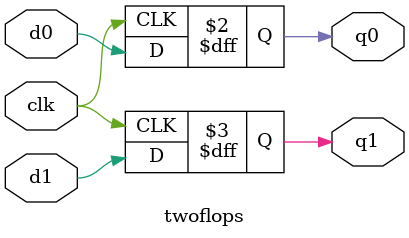
<source format=sv>
module twoflops(input logic clk, input logic d0, d1, output logic q0, q1);
 always_ff @(posedge clk)
 begin
 q1<=d1; 
 q0<=d0;
 end
 endmodule

</source>
